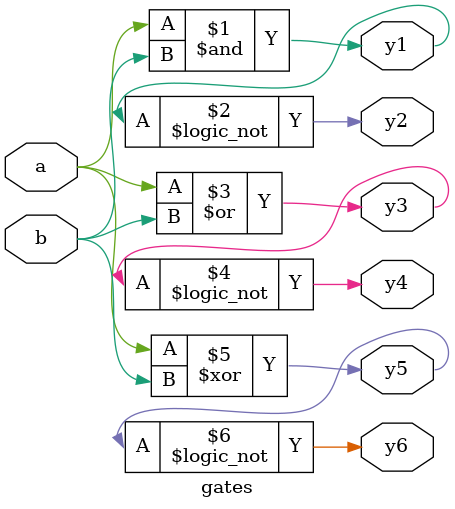
<source format=v>
module gates(
  input a,b,
  output y1,y2,y3,y4,y5,y6
);

  assign y1 = a&b;
  assign y2 = !y1;
  assign y3 = a|b;
  assign y4 = !y3;
  assign y5 = (a^b);
  assign y6 = !y5;

endmodule


</source>
